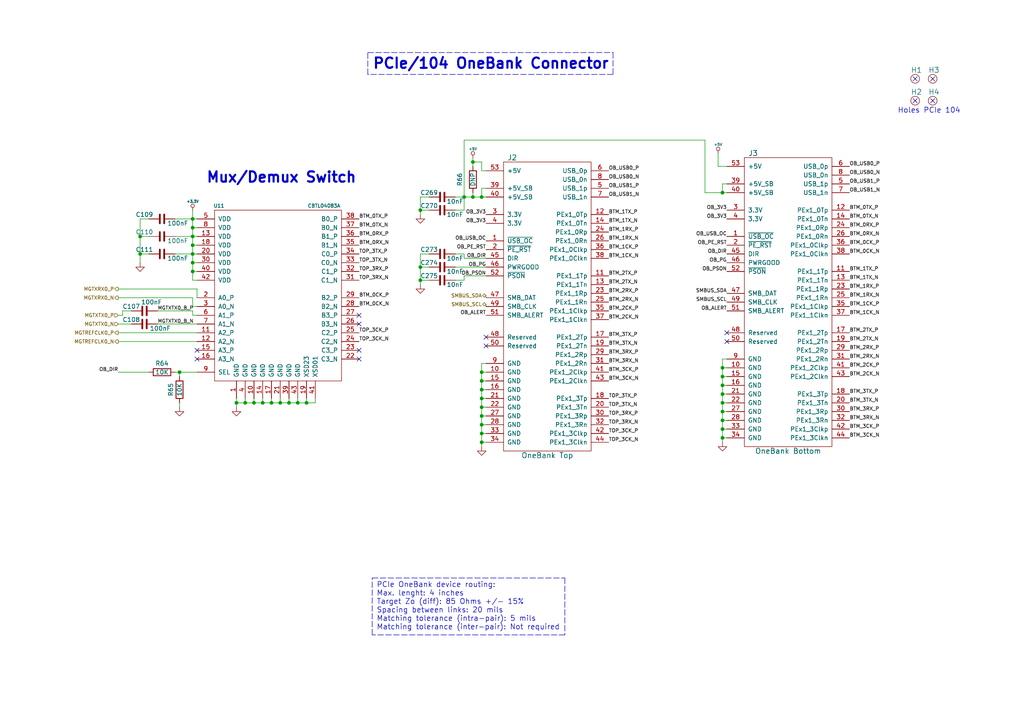
<source format=kicad_sch>
(kicad_sch (version 20231120) (generator "eeschema") (generator_version "8.0")
  (paper "A4")
  (title_block (title "CIAA-ACC PCIe/104 OneBank Connector") (date "2019-08-28") (rev "V1.4") (company "COMPUTADORA INDUSTRIAL ABIERTA ARGENTINA. CIAA-ACC (HPC)") (comment 1 "Authors: See 'doc/CHANGES.txt' file.      License: See 'doc/LICENCIA_CIAA_ACC.txt' file."))
  (lib_symbols
    (symbol "CIAA_ACC:+3.3V" (power) (pin_names (offset 1.016))
      (property "Value" "+3.3V" (at 0 2.286 0))
      (symbol "+3.3V_0_0"
        (pin power_in line (at 0 0 90) (length 0) hide (name "+3.3V") (number "1"))
      )
      (symbol "+3.3V_0_1"
        (polyline (pts (xy 0 0) (xy 0 0.762) (xy 0 0.762) (xy 0 0.762)))
        (circle (center 0 1.27) (radius 0.508))
      )
    )
    (symbol "CIAA_ACC:+5V" (power) (pin_names (offset 1.016))
      (property "Value" "+5V" (at 0 2.286 0))
      (symbol "+5V_0_0"
        (pin power_in line (at 0 0 90) (length 0) hide (name "+5V") (number "1"))
      )
      (symbol "+5V_0_1"
        (polyline (pts (xy 0 0) (xy 0 0.762) (xy 0 0.762) (xy 0 0.762)))
        (circle (center 0 1.27) (radius 0.508))
      )
    )
    (symbol "CIAA_ACC:C" (pin_numbers hide) (pin_names (offset 0.254))
      (property "Reference" "C" (at 0.635 2.54 0))
      (property "Value" "C" (at 0.635 -2.54 0))
      (symbol "C_0_1"
        (polyline (pts (xy -1.27 -0.635) (xy 1.27 -0.635)) (stroke (width 0.508)))
        (polyline (pts (xy -1.27 0.635) (xy 1.27 0.635)) (stroke (width 0.508)))
        (polyline (pts (xy 0 -1.016) (xy 0 -0.635)))
        (polyline (pts (xy 0 1.016) (xy 0 0.635)))
      )
      (symbol "C_1_1"
        (pin passive line (at 0 3.81 270) (length 2.794) (name "~") (number "1"))
        (pin passive line (at 0 -3.81 90) (length 2.794) (name "~") (number "2"))
      )
    )
    (symbol "CIAA_ACC:CBTL04083A" (pin_names (offset 1.016))
      (property "Reference" "U" (at -13.97 0 0))
      (property "Value" "CBTL04083A" (at 17.78 0 0))
      (symbol "CBTL04083A_0_1"
        (rectangle (start -15.24 -1.27) (end 21.59 -50.8))
      )
      (symbol "CBTL04083A_1_1"
        (pin power_in line (at -8.89 -55.88 90) (length 5.08) (name "GND") (number "1"))
        (pin power_in line (at -3.81 -55.88 90) (length 5.08) (name "GND") (number "10"))
        (pin bidirectional line (at -20.32 -36.83 0) (length 5.08) (name "A2_P") (number "11"))
        (pin bidirectional line (at -20.32 -39.37 0) (length 5.08) (name "A2_N") (number "12"))
        (pin power_in line (at -20.32 -8.89 0) (length 5.08) (name "VDD") (number "13"))
        (pin power_in line (at -1.27 -55.88 90) (length 5.08) (name "GND") (number "14"))
        (pin bidirectional line (at -20.32 -41.91 0) (length 5.08) (name "A3_P") (number "15"))
        (pin bidirectional line (at -20.32 -44.45 0) (length 5.08) (name "A3_N") (number "16"))
        (pin power_in line (at 1.27 -55.88 90) (length 5.08) (name "GND") (number "17"))
        (pin power_in line (at -20.32 -11.43 0) (length 5.08) (name "VDD") (number "18"))
        (pin input line (at 11.43 -55.88 90) (length 5.08) (name "XSD23") (number "19"))
        (pin bidirectional line (at -20.32 -26.67 0) (length 5.08) (name "A0_P") (number "2"))
        (pin power_in line (at -20.32 -13.97 0) (length 5.08) (name "VDD") (number "20"))
        (pin power_in line (at 3.81 -55.88 90) (length 5.08) (name "GND") (number "21"))
        (pin bidirectional line (at 26.67 -44.45 180) (length 5.08) (name "C3_N") (number "22"))
        (pin bidirectional line (at 26.67 -41.91 180) (length 5.08) (name "C3_P") (number "23"))
        (pin bidirectional line (at 26.67 -39.37 180) (length 5.08) (name "C2_N") (number "24"))
        (pin bidirectional line (at 26.67 -36.83 180) (length 5.08) (name "C2_P") (number "25"))
        (pin bidirectional line (at 26.67 -34.29 180) (length 5.08) (name "B3_N") (number "26"))
        (pin bidirectional line (at 26.67 -31.75 180) (length 5.08) (name "B3_P") (number "27"))
        (pin bidirectional line (at 26.67 -29.21 180) (length 5.08) (name "B2_N") (number "28"))
        (pin bidirectional line (at 26.67 -26.67 180) (length 5.08) (name "B2_P") (number "29"))
        (pin bidirectional line (at -20.32 -29.21 0) (length 5.08) (name "A0_N") (number "3"))
        (pin power_in line (at -20.32 -16.51 0) (length 5.08) (name "VDD") (number "30"))
        (pin bidirectional line (at 26.67 -21.59 180) (length 5.08) (name "C1_N") (number "31"))
        (pin bidirectional line (at 26.67 -19.05 180) (length 5.08) (name "C1_P") (number "32"))
        (pin bidirectional line (at 26.67 -16.51 180) (length 5.08) (name "C0_N") (number "33"))
        (pin bidirectional line (at 26.67 -13.97 180) (length 5.08) (name "C0_P") (number "34"))
        (pin bidirectional line (at 26.67 -11.43 180) (length 5.08) (name "B1_N") (number "35"))
        (pin bidirectional line (at 26.67 -8.89 180) (length 5.08) (name "B1_P") (number "36"))
        (pin bidirectional line (at 26.67 -6.35 180) (length 5.08) (name "B0_N") (number "37"))
        (pin bidirectional line (at 26.67 -3.81 180) (length 5.08) (name "B0_P") (number "38"))
        (pin power_in line (at 6.35 -55.88 90) (length 5.08) (name "GND") (number "39"))
        (pin power_in line (at -6.35 -55.88 90) (length 5.08) (name "GND") (number "4"))
        (pin power_in line (at -20.32 -19.05 0) (length 5.08) (name "VDD") (number "40"))
        (pin input line (at 13.97 -55.88 90) (length 5.08) (name "XSD01") (number "41"))
        (pin power_in line (at -20.32 -21.59 0) (length 5.08) (name "VDD") (number "42"))
        (pin power_in line (at 8.89 -55.88 90) (length 5.08) (name "GND") (number "43"))
        (pin power_in line (at -20.32 -3.81 0) (length 5.08) (name "VDD") (number "5"))
        (pin bidirectional line (at -20.32 -31.75 0) (length 5.08) (name "A1_P") (number "6"))
        (pin bidirectional line (at -20.32 -34.29 0) (length 5.08) (name "A1_N") (number "7"))
        (pin power_in line (at -20.32 -6.35 0) (length 5.08) (name "VDD") (number "8"))
        (pin input line (at -20.32 -48.26 0) (length 5.08) (name "SEL") (number "9"))
      )
    )
    (symbol "CIAA_ACC:GND" (power) (pin_names (offset 0))
      (property "Value" "GND" (at 0 -3.81 0))
      (symbol "GND_0_1"
        (polyline (pts (xy 0 0) (xy 0 -1.27) (xy 1.27 -1.27) (xy 0 -2.54) (xy -1.27 -1.27) (xy 0 -1.27)))
      )
      (symbol "GND_1_1"
        (pin power_in line (at 0 0 270) (length 0) hide (name "GND") (number "1"))
      )
    )
    (symbol "CIAA_ACC:OneBank" (pin_names (offset 1.016))
      (property "Reference" "J" (at -11.43 3.81 0))
      (property "Value" "OneBank" (at 7.62 3.81 0))
      (symbol "OneBank_0_1"
        (rectangle (start -12.7 2.54) (end 12.7 -81.28))
      )
      (symbol "OneBank_1_1"
        (pin passive line (at -17.78 -20.32 0) (length 5.08) (name "~{USB_OC}") (number "1"))
        (pin passive line (at -17.78 -58.42 0) (length 5.08) (name "GND") (number "10"))
        (pin passive line (at 17.78 -30.48 180) (length 5.08) (name "PEx1_1Tp") (number "11"))
        (pin passive line (at 17.78 -12.7 180) (length 5.08) (name "PEx1_0Tp") (number "12"))
        (pin passive line (at 17.78 -33.02 180) (length 5.08) (name "PEx1_1Tn") (number "13"))
        (pin passive line (at 17.78 -15.24 180) (length 5.08) (name "PEx1_0Tn") (number "14"))
        (pin passive line (at -17.78 -60.96 0) (length 5.08) (name "GND") (number "15"))
        (pin passive line (at -17.78 -63.5 0) (length 5.08) (name "GND") (number "16"))
        (pin passive line (at 17.78 -48.26 180) (length 5.08) (name "PEx1_2Tp") (number "17"))
        (pin passive line (at 17.78 -66.04 180) (length 5.08) (name "PEx1_3Tp") (number "18"))
        (pin passive line (at 17.78 -50.8 180) (length 5.08) (name "PEx1_2Tn") (number "19"))
        (pin passive line (at -17.78 -22.86 0) (length 5.08) (name "~{PE_RST}") (number "2"))
        (pin passive line (at 17.78 -68.58 180) (length 5.08) (name "PEx1_3Tn") (number "20"))
        (pin passive line (at -17.78 -66.04 0) (length 5.08) (name "GND") (number "21"))
        (pin passive line (at -17.78 -68.58 0) (length 5.08) (name "GND") (number "22"))
        (pin passive line (at 17.78 -35.56 180) (length 5.08) (name "PEx1_1Rp") (number "23"))
        (pin passive line (at 17.78 -17.78 180) (length 5.08) (name "PEx1_0Rp") (number "24"))
        (pin passive line (at 17.78 -38.1 180) (length 5.08) (name "PEx1_1Rn") (number "25"))
        (pin passive line (at 17.78 -20.32 180) (length 5.08) (name "PEx1_0Rn") (number "26"))
        (pin passive line (at -17.78 -71.12 0) (length 5.08) (name "GND") (number "27"))
        (pin passive line (at -17.78 -73.66 0) (length 5.08) (name "GND") (number "28"))
        (pin passive line (at 17.78 -53.34 180) (length 5.08) (name "PEx1_2Rp") (number "29"))
        (pin passive line (at -17.78 -12.7 0) (length 5.08) (name "3.3V") (number "3"))
        (pin passive line (at 17.78 -71.12 180) (length 5.08) (name "PEx1_3Rp") (number "30"))
        (pin passive line (at 17.78 -55.88 180) (length 5.08) (name "PEx1_2Rn") (number "31"))
        (pin passive line (at 17.78 -73.66 180) (length 5.08) (name "PEx1_3Rn") (number "32"))
        (pin passive line (at -17.78 -76.2 0) (length 5.08) (name "GND") (number "33"))
        (pin passive line (at -17.78 -78.74 0) (length 5.08) (name "GND") (number "34"))
        (pin passive line (at 17.78 -40.64 180) (length 5.08) (name "PEx1_1Clkp") (number "35"))
        (pin passive line (at 17.78 -22.86 180) (length 5.08) (name "PEx1_0Clkp") (number "36"))
        (pin passive line (at 17.78 -43.18 180) (length 5.08) (name "PEx1_1Clkn") (number "37"))
        (pin passive line (at 17.78 -25.4 180) (length 5.08) (name "PEx1_0Clkn") (number "38"))
        (pin passive line (at -17.78 -5.08 0) (length 5.08) (name "+5V_SB") (number "39"))
        (pin passive line (at -17.78 -15.24 0) (length 5.08) (name "3.3V") (number "4"))
        (pin passive line (at -17.78 -7.62 0) (length 5.08) (name "+5V_SB") (number "40"))
        (pin passive line (at 17.78 -58.42 180) (length 5.08) (name "PEx1_2Clkp") (number "41"))
        (pin passive line (at 17.78 -76.2 180) (length 5.08) (name "PEx1_3Clkp") (number "42"))
        (pin passive line (at 17.78 -60.96 180) (length 5.08) (name "PEx1_2Clkn") (number "43"))
        (pin passive line (at 17.78 -78.74 180) (length 5.08) (name "PEx1_3Clkn") (number "44"))
        (pin passive line (at -17.78 -25.4 0) (length 5.08) (name "DIR") (number "45"))
        (pin passive line (at -17.78 -27.94 0) (length 5.08) (name "PWRGOOD") (number "46"))
        (pin passive line (at -17.78 -36.83 0) (length 5.08) (name "SMB_DAT") (number "47"))
        (pin passive line (at -17.78 -48.26 0) (length 5.08) (name "Reserved") (number "48"))
        (pin passive line (at -17.78 -39.37 0) (length 5.08) (name "SMB_CLK") (number "49"))
        (pin passive line (at 17.78 -5.08 180) (length 5.08) (name "USB_1p") (number "5"))
        (pin passive line (at -17.78 -50.8 0) (length 5.08) (name "Reserved") (number "50"))
        (pin passive line (at -17.78 -41.91 0) (length 5.08) (name "SMB_ALERT") (number "51"))
        (pin passive line (at -17.78 -30.48 0) (length 5.08) (name "~{PSON}") (number "52"))
        (pin passive line (at -17.78 0 0) (length 5.08) (name "+5V") (number "53"))
        (pin passive line (at 17.78 0 180) (length 5.08) (name "USB_0p") (number "6"))
        (pin passive line (at 17.78 -7.62 180) (length 5.08) (name "USB_1n") (number "7"))
        (pin passive line (at 17.78 -2.54 180) (length 5.08) (name "USB_0n") (number "8"))
        (pin passive line (at -17.78 -55.88 0) (length 5.08) (name "GND") (number "9"))
      )
    )
    (symbol "CIAA_ACC:PCB_HOLE" (pin_numbers hide) (pin_names (offset 1.016) hide)
      (property "Reference" "H" (at -1.27 3.81 0))
      (property "Value" "PCB_HOLE" (at 1.27 -2.54 0))
      (symbol "PCB_HOLE_0_1"
        (circle (center 0 0) (radius 1.27))
      )
      (symbol "PCB_HOLE_1_1"
        (pin passive line (at 0 0 0) (length 0) (name "1") (number "1"))
      )
    )
    (symbol "CIAA_ACC:R" (pin_numbers hide) (pin_names (offset 0))
      (property "Reference" "R" (at 2.032 0 90))
      (property "Value" "R" (at 0 0 90))
      (symbol "R_0_1"
        (rectangle (start -1.016 -2.54) (end 1.016 2.54) (stroke (width 0.254)))
      )
      (symbol "R_1_1"
        (pin passive line (at 0 3.81 270) (length 1.27) (name "~") (number "1"))
        (pin passive line (at 0 -3.81 90) (length 1.27) (name "~") (number "2"))
      )
    )
  )
  (junction (at 121.92 60.96))
  (junction (at 209.55 114.3))
  (junction (at 209.55 116.84))
  (junction (at 139.7 120.65))
  (junction (at 209.55 119.38))
  (junction (at 55.88 63.5))
  (junction (at 139.7 118.11))
  (junction (at 137.16 46.99))
  (junction (at 55.88 66.04))
  (junction (at 139.7 107.95))
  (junction (at 55.88 68.58))
  (junction (at 139.7 110.49))
  (junction (at 88.9 116.84))
  (junction (at 209.55 55.88))
  (junction (at 209.55 111.76))
  (junction (at 139.7 57.15))
  (junction (at 139.7 123.19))
  (junction (at 139.7 128.27))
  (junction (at 76.2 116.84))
  (junction (at 55.88 71.12))
  (junction (at 209.55 121.92))
  (junction (at 209.55 124.46))
  (junction (at 40.64 73.66))
  (junction (at 137.16 57.15))
  (junction (at 81.28 116.84))
  (junction (at 139.7 115.57))
  (junction (at 209.55 109.22))
  (junction (at 86.36 116.84))
  (junction (at 134.62 57.15))
  (junction (at 55.88 73.66))
  (junction (at 40.64 68.58))
  (junction (at 209.55 106.68))
  (junction (at 121.92 81.28))
  (junction (at 52.07 107.95))
  (junction (at 139.7 113.03))
  (junction (at 139.7 125.73))
  (junction (at 78.74 116.84))
  (junction (at 83.82 116.84))
  (junction (at 73.66 116.84))
  (junction (at 55.88 76.2))
  (junction (at 68.58 116.84))
  (junction (at 209.55 127))
  (junction (at 55.88 78.74))
  (junction (at 71.12 116.84))
  (junction (at 121.92 77.47))
  (no_connect (at 104.14 101.6))
  (no_connect (at 140.97 100.33))
  (no_connect (at 104.14 93.98))
  (no_connect (at 270.51 29.21))
  (no_connect (at 210.82 96.52))
  (no_connect (at 270.51 22.86))
  (no_connect (at 140.97 97.79))
  (no_connect (at 104.14 104.14))
  (no_connect (at 57.15 101.6))
  (no_connect (at 265.43 22.86))
  (no_connect (at 57.15 104.14))
  (no_connect (at 265.43 29.21))
  (no_connect (at 210.82 99.06))
  (no_connect (at 104.14 91.44))
  (wire (pts (xy 139.7 57.15) (xy 140.97 57.15)))
  (wire (pts (xy 68.58 115.57) (xy 68.58 116.84)))
  (wire (pts (xy 124.46 81.28) (xy 121.92 81.28)))
  (wire (pts (xy 88.9 116.84) (xy 88.9 115.57)))
  (wire (pts (xy 139.7 125.73) (xy 139.7 128.27)))
  (wire (pts (xy 210.82 109.22) (xy 209.55 109.22)))
  (wire (pts (xy 209.55 127) (xy 209.55 128.27)))
  (wire (pts (xy 139.7 113.03) (xy 139.7 115.57)))
  (wire (pts (xy 68.58 116.84) (xy 68.58 118.11)))
  (wire (pts (xy 55.88 68.58) (xy 55.88 71.12)))
  (wire (pts (xy 139.7 54.61) (xy 139.7 57.15)))
  (polyline (pts (xy 163.83 184.15) (xy 107.95 184.15)) (stroke (width 0) (type dash)))
  (wire (pts (xy 210.82 114.3) (xy 209.55 114.3)))
  (wire (pts (xy 71.12 116.84) (xy 68.58 116.84)))
  (wire (pts (xy 83.82 116.84) (xy 81.28 116.84)))
  (wire (pts (xy 55.88 71.12) (xy 55.88 73.66)))
  (wire (pts (xy 209.55 53.34) (xy 209.55 55.88)))
  (wire (pts (xy 55.88 91.44) (xy 57.15 91.44)))
  (wire (pts (xy 140.97 80.01) (xy 134.62 80.01)))
  (wire (pts (xy 209.55 55.88) (xy 204.47 55.88)))
  (wire (pts (xy 121.92 60.96) (xy 121.92 62.23)))
  (wire (pts (xy 57.15 83.82) (xy 34.29 83.82)))
  (polyline (pts (xy 177.8 15.24) (xy 177.8 21.59)) (stroke (width 0) (type dash)))
  (wire (pts (xy 208.28 48.26) (xy 210.82 48.26)))
  (wire (pts (xy 52.07 109.22) (xy 52.07 107.95)))
  (wire (pts (xy 71.12 115.57) (xy 71.12 116.84)))
  (wire (pts (xy 139.7 46.99) (xy 139.7 49.53)))
  (wire (pts (xy 76.2 115.57) (xy 76.2 116.84)))
  (wire (pts (xy 140.97 115.57) (xy 139.7 115.57)))
  (wire (pts (xy 55.88 68.58) (xy 57.15 68.58)))
  (wire (pts (xy 43.18 68.58) (xy 40.64 68.58)))
  (wire (pts (xy 57.15 78.74) (xy 55.88 78.74)))
  (polyline (pts (xy 106.68 15.24) (xy 177.8 15.24)) (stroke (width 0) (type dash)))
  (wire (pts (xy 139.7 120.65) (xy 139.7 123.19)))
  (wire (pts (xy 52.07 118.11) (xy 52.07 116.84)))
  (wire (pts (xy 124.46 77.47) (xy 121.92 77.47)))
  (wire (pts (xy 137.16 45.72) (xy 137.16 46.99)))
  (wire (pts (xy 140.97 88.265) (xy 140.97 88.9)))
  (wire (pts (xy 134.62 40.64) (xy 134.62 57.15)))
  (polyline (pts (xy 177.8 21.59) (xy 106.68 21.59)) (stroke (width 0) (type dash)))
  (wire (pts (xy 35.56 90.17) (xy 38.1 90.17)))
  (wire (pts (xy 124.46 73.66) (xy 121.92 73.66)))
  (polyline (pts (xy 107.95 184.15) (xy 107.95 167.64)) (stroke (width 0) (type dash)))
  (wire (pts (xy 57.15 66.04) (xy 55.88 66.04)))
  (wire (pts (xy 137.16 46.99) (xy 137.16 48.26)))
  (wire (pts (xy 121.92 77.47) (xy 121.92 81.28)))
  (wire (pts (xy 140.97 128.27) (xy 139.7 128.27)))
  (wire (pts (xy 210.82 104.14) (xy 209.55 104.14)))
  (wire (pts (xy 210.82 111.76) (xy 209.55 111.76)))
  (wire (pts (xy 139.7 118.11) (xy 139.7 120.65)))
  (wire (pts (xy 209.55 111.76) (xy 209.55 114.3)))
  (wire (pts (xy 55.88 78.74) (xy 55.88 81.28)))
  (wire (pts (xy 55.88 88.9) (xy 57.15 88.9)))
  (wire (pts (xy 139.7 49.53) (xy 140.97 49.53)))
  (wire (pts (xy 55.88 73.66) (xy 57.15 73.66)))
  (wire (pts (xy 134.62 60.96) (xy 132.08 60.96)))
  (wire (pts (xy 137.16 57.15) (xy 137.16 55.88)))
  (wire (pts (xy 210.82 127) (xy 209.55 127)))
  (wire (pts (xy 210.82 55.88) (xy 209.55 55.88)))
  (wire (pts (xy 140.97 77.47) (xy 132.08 77.47)))
  (wire (pts (xy 121.92 73.66) (xy 121.92 77.47)))
  (wire (pts (xy 91.44 116.84) (xy 88.9 116.84)))
  (wire (pts (xy 73.66 115.57) (xy 73.66 116.84)))
  (wire (pts (xy 209.55 104.14) (xy 209.55 106.68)))
  (wire (pts (xy 91.44 115.57) (xy 91.44 116.84)))
  (wire (pts (xy 88.9 116.84) (xy 86.36 116.84)))
  (wire (pts (xy 134.62 80.01) (xy 134.62 81.28)))
  (wire (pts (xy 137.16 57.15) (xy 139.7 57.15)))
  (wire (pts (xy 209.55 124.46) (xy 209.55 127)))
  (wire (pts (xy 139.7 110.49) (xy 139.7 113.03)))
  (wire (pts (xy 55.88 73.66) (xy 55.88 76.2)))
  (wire (pts (xy 208.28 44.45) (xy 208.28 48.26)))
  (wire (pts (xy 139.7 107.95) (xy 139.7 110.49)))
  (wire (pts (xy 134.62 81.28) (xy 132.08 81.28)))
  (wire (pts (xy 55.88 63.5) (xy 57.15 63.5)))
  (wire (pts (xy 209.55 109.22) (xy 209.55 111.76)))
  (wire (pts (xy 81.28 116.84) (xy 78.74 116.84)))
  (wire (pts (xy 86.36 116.84) (xy 83.82 116.84)))
  (wire (pts (xy 134.62 73.66) (xy 132.08 73.66)))
  (wire (pts (xy 209.55 106.68) (xy 209.55 109.22)))
  (wire (pts (xy 139.7 128.27) (xy 139.7 129.54)))
  (wire (pts (xy 57.15 76.2) (xy 55.88 76.2)))
  (wire (pts (xy 38.1 93.98) (xy 34.29 93.98)))
  (wire (pts (xy 210.82 106.68) (xy 209.55 106.68)))
  (wire (pts (xy 45.72 90.17) (xy 55.88 90.17)))
  (wire (pts (xy 139.7 105.41) (xy 139.7 107.95)))
  (wire (pts (xy 55.88 60.96) (xy 55.88 63.5)))
  (wire (pts (xy 210.82 119.38) (xy 209.55 119.38)))
  (wire (pts (xy 121.92 57.15) (xy 121.92 60.96)))
  (wire (pts (xy 43.18 63.5) (xy 40.64 63.5)))
  (wire (pts (xy 50.8 107.95) (xy 52.07 107.95)))
  (wire (pts (xy 140.97 105.41) (xy 139.7 105.41)))
  (wire (pts (xy 40.64 73.66) (xy 40.64 76.2)))
  (wire (pts (xy 86.36 115.57) (xy 86.36 116.84)))
  (wire (pts (xy 121.92 60.96) (xy 124.46 60.96)))
  (wire (pts (xy 50.8 68.58) (xy 55.88 68.58)))
  (wire (pts (xy 55.88 63.5) (xy 55.88 66.04)))
  (wire (pts (xy 121.92 81.28) (xy 121.92 82.55)))
  (wire (pts (xy 34.29 86.36) (xy 55.88 86.36)))
  (wire (pts (xy 34.29 96.52) (xy 57.15 96.52)))
  (polyline (pts (xy 106.68 21.59) (xy 106.68 15.24)) (stroke (width 0) (type dash)))
  (wire (pts (xy 78.74 116.84) (xy 76.2 116.84)))
  (wire (pts (xy 210.82 53.34) (xy 209.55 53.34)))
  (wire (pts (xy 73.66 116.84) (xy 71.12 116.84)))
  (wire (pts (xy 209.55 114.3) (xy 209.55 116.84)))
  (wire (pts (xy 55.88 76.2) (xy 55.88 78.74)))
  (wire (pts (xy 140.97 123.19) (xy 139.7 123.19)))
  (wire (pts (xy 55.88 81.28) (xy 57.15 81.28)))
  (wire (pts (xy 139.7 115.57) (xy 139.7 118.11)))
  (wire (pts (xy 34.29 99.06) (xy 57.15 99.06)))
  (wire (pts (xy 140.97 54.61) (xy 139.7 54.61)))
  (wire (pts (xy 140.97 110.49) (xy 139.7 110.49)))
  (wire (pts (xy 55.88 90.17) (xy 55.88 91.44)))
  (wire (pts (xy 34.29 107.95) (xy 43.18 107.95)))
  (wire (pts (xy 140.97 120.65) (xy 139.7 120.65)))
  (wire (pts (xy 81.28 115.57) (xy 81.28 116.84)))
  (wire (pts (xy 204.47 40.64) (xy 134.62 40.64)))
  (wire (pts (xy 40.64 63.5) (xy 40.64 68.58)))
  (wire (pts (xy 140.97 85.725) (xy 140.97 86.36)))
  (wire (pts (xy 134.62 57.15) (xy 134.62 60.96)))
  (wire (pts (xy 134.62 57.15) (xy 137.16 57.15)))
  (wire (pts (xy 210.82 121.92) (xy 209.55 121.92)))
  (wire (pts (xy 55.88 66.04) (xy 55.88 68.58)))
  (wire (pts (xy 35.56 91.44) (xy 35.56 90.17)))
  (wire (pts (xy 132.08 57.15) (xy 134.62 57.15)))
  (wire (pts (xy 40.64 73.66) (xy 43.18 73.66)))
  (wire (pts (xy 210.82 124.46) (xy 209.55 124.46)))
  (wire (pts (xy 140.97 118.11) (xy 139.7 118.11)))
  (wire (pts (xy 40.64 68.58) (xy 40.64 73.66)))
  (wire (pts (xy 140.97 113.03) (xy 139.7 113.03)))
  (wire (pts (xy 140.97 74.93) (xy 134.62 74.93)))
  (wire (pts (xy 57.15 86.36) (xy 57.15 83.82)))
  (polyline (pts (xy 163.83 167.64) (xy 163.83 184.15)) (stroke (width 0) (type dash)))
  (wire (pts (xy 210.82 116.84) (xy 209.55 116.84)))
  (wire (pts (xy 209.55 121.92) (xy 209.55 124.46)))
  (wire (pts (xy 57.15 71.12) (xy 55.88 71.12)))
  (wire (pts (xy 55.88 86.36) (xy 55.88 88.9)))
  (wire (pts (xy 45.72 93.98) (xy 57.15 93.98)))
  (wire (pts (xy 209.55 119.38) (xy 209.55 121.92)))
  (wire (pts (xy 83.82 115.57) (xy 83.82 116.84)))
  (wire (pts (xy 34.29 91.44) (xy 35.56 91.44)))
  (wire (pts (xy 76.2 116.84) (xy 73.66 116.84)))
  (wire (pts (xy 209.55 116.84) (xy 209.55 119.38)))
  (wire (pts (xy 204.47 55.88) (xy 204.47 40.64)))
  (wire (pts (xy 50.8 63.5) (xy 55.88 63.5)))
  (wire (pts (xy 121.92 57.15) (xy 124.46 57.15)))
  (wire (pts (xy 137.16 46.99) (xy 139.7 46.99)))
  (wire (pts (xy 140.97 125.73) (xy 139.7 125.73)))
  (wire (pts (xy 50.8 73.66) (xy 55.88 73.66)))
  (wire (pts (xy 78.74 115.57) (xy 78.74 116.84)))
  (wire (pts (xy 134.62 74.93) (xy 134.62 73.66)))
  (polyline (pts (xy 107.95 167.64) (xy 163.83 167.64)) (stroke (width 0) (type dash)))
  (wire (pts (xy 140.97 107.95) (xy 139.7 107.95)))
  (wire (pts (xy 139.7 123.19) (xy 139.7 125.73)))
  (wire (pts (xy 52.07 107.95) (xy 57.15 107.95)))
  (text "Mux/Demux Switch" (at 59.69 53.34 0) (effects (font (size 2.9972 2.9972) (thickness 0.5994) (bold yes)) (justify left bottom)))
  (text "PCIe/104 OneBank Connector" (at 107.95 20.32 0) (effects (font (size 2.9972 2.9972) (thickness 0.5994) (bold yes)) (justify left bottom)))
  (text "PCIe OneBank device routing:\nMax. lenght: 4 inches\nTarget Zo (diff): 85 Ohms +/- 15%\nSpacing between links: 20 mils\nMatching tolerance (intra-pair): 5 mils\nMatching tolerance (inter-pair): Not required" (at 109.22 182.88 0) (effects (font (size 1.524 1.524)) (justify left bottom)))
  (text "Holes PCIe 104" (at 260.35 33.02 0) (effects (font (size 1.524 1.524)) (justify left bottom)))
  (label "OB_DIR" (at 140.97 74.93 180) (effects (font (size 1.016 1.016))))
  (label "BTM_2TX_P" (at 246.38 96.52 0) (effects (font (size 1.016 1.016))))
  (label "OB_DIR" (at 34.29 107.95 180) (effects (font (size 1.016 1.016))))
  (label "OB_ALERT" (at 210.82 90.17 180) (effects (font (size 1.016 1.016))))
  (label "BTM_2RX_N" (at 246.38 104.14 0) (effects (font (size 1.016 1.016))))
  (label "BTM_1RX_N" (at 246.38 86.36 0) (effects (font (size 1.016 1.016))))
  (label "BTM_2TX_N" (at 176.53 82.55 0) (effects (font (size 1.016 1.016))))
  (label "BTM_3TX_N" (at 246.38 116.84 0) (effects (font (size 1.016 1.016))))
  (label "OB_3V3" (at 210.82 63.5 180) (effects (font (size 1.016 1.016))))
  (label "BTM_0TX_N" (at 104.14 66.04 0) (effects (font (size 1.016 1.016))))
  (label "BTM_0RX_N" (at 104.14 71.12 0) (effects (font (size 1.016 1.016))))
  (label "OB_PE_RST" (at 140.97 72.39 180) (effects (font (size 1.016 1.016))))
  (label "BTM_2CK_N" (at 176.53 92.71 0) (effects (font (size 1.016 1.016))))
  (label "MGTXTX0_B_P" (at 45.72 90.17 0) (effects (font (size 1.016 1.016))))
  (label "OB_PG" (at 210.82 76.2 180) (effects (font (size 1.016 1.016))))
  (label "BTM_0RX_N" (at 246.38 68.58 0) (effects (font (size 1.016 1.016))))
  (label "TOP_3RX_N" (at 104.14 81.28 0) (effects (font (size 1.016 1.016))))
  (label "MGTXTX0_B_N" (at 45.72 93.98 0) (effects (font (size 1.016 1.016))))
  (label "BTM_3TX_P" (at 176.53 97.79 0) (effects (font (size 1.016 1.016))))
  (label "OB_USB1_N" (at 246.38 55.88 0) (effects (font (size 1.016 1.016))))
  (label "TOP_3RX_P" (at 176.53 120.65 0) (effects (font (size 1.016 1.016))))
  (label "BTM_2TX_N" (at 246.38 99.06 0) (effects (font (size 1.016 1.016))))
  (label "BTM_1TX_N" (at 176.53 64.77 0) (effects (font (size 1.016 1.016))))
  (label "TOP_3TX_P" (at 176.53 115.57 0) (effects (font (size 1.016 1.016))))
  (label "BTM_2CK_P" (at 176.53 90.17 0) (effects (font (size 1.016 1.016))))
  (label "TOP_3RX_P" (at 104.14 78.74 0) (effects (font (size 1.016 1.016))))
  (label "BTM_0CK_P" (at 104.14 86.36 0) (effects (font (size 1.016 1.016))))
  (label "BTM_0TX_P" (at 104.14 63.5 0) (effects (font (size 1.016 1.016))))
  (label "OB_ALERT" (at 140.97 91.44 180) (effects (font (size 1.016 1.016))))
  (label "OB_USB0_N" (at 176.53 52.07 0) (effects (font (size 1.016 1.016))))
  (label "OB_USB0_P" (at 246.38 48.26 0) (effects (font (size 1.016 1.016))))
  (label "TOP_3CK_P" (at 104.14 96.52 0) (effects (font (size 1.016 1.016))))
  (label "OB_PSON" (at 210.82 78.74 180) (effects (font (size 1.016 1.016))))
  (label "TOP_3CK_N" (at 104.14 99.06 0) (effects (font (size 1.016 1.016))))
  (label "SMBUS_SCL" (at 210.82 87.63 180) (effects (font (size 1.016 1.016))))
  (label "BTM_1CK_N" (at 176.53 74.93 0) (effects (font (size 1.016 1.016))))
  (label "OB_3V3" (at 210.82 60.96 180) (effects (font (size 1.016 1.016))))
  (label "BTM_2RX_N" (at 176.53 87.63 0) (effects (font (size 1.016 1.016))))
  (label "OB_USB0_N" (at 246.38 50.8 0) (effects (font (size 1.016 1.016))))
  (label "BTM_3CK_N" (at 176.53 110.49 0) (effects (font (size 1.016 1.016))))
  (label "BTM_3CK_N" (at 246.38 127 0) (effects (font (size 1.016 1.016))))
  (label "BTM_1TX_N" (at 246.38 81.28 0) (effects (font (size 1.016 1.016))))
  (label "OB_DIR" (at 210.82 73.66 180) (effects (font (size 1.016 1.016))))
  (label "BTM_3TX_N" (at 176.53 100.33 0) (effects (font (size 1.016 1.016))))
  (label "BTM_1RX_P" (at 176.53 67.31 0) (effects (font (size 1.016 1.016))))
  (label "BTM_0RX_P" (at 104.14 68.58 0) (effects (font (size 1.016 1.016))))
  (label "TOP_3CK_P" (at 176.53 125.73 0) (effects (font (size 1.016 1.016))))
  (label "OB_USB1_P" (at 176.53 54.61 0) (effects (font (size 1.016 1.016))))
  (label "BTM_3RX_P" (at 176.53 102.87 0) (effects (font (size 1.016 1.016))))
  (label "OB_3V3" (at 140.97 62.23 180) (effects (font (size 1.016 1.016))))
  (label "BTM_0TX_N" (at 246.38 63.5 0) (effects (font (size 1.016 1.016))))
  (label "BTM_1CK_P" (at 246.38 88.9 0) (effects (font (size 1.016 1.016))))
  (label "BTM_1CK_N" (at 246.38 91.44 0) (effects (font (size 1.016 1.016))))
  (label "BTM_3CK_P" (at 176.53 107.95 0) (effects (font (size 1.016 1.016))))
  (label "TOP_3TX_P" (at 104.14 73.66 0) (effects (font (size 1.016 1.016))))
  (label "BTM_3TX_P" (at 246.38 114.3 0) (effects (font (size 1.016 1.016))))
  (label "BTM_3RX_P" (at 246.38 119.38 0) (effects (font (size 1.016 1.016))))
  (label "BTM_0CK_N" (at 104.14 88.9 0) (effects (font (size 1.016 1.016))))
  (label "BTM_0CK_N" (at 246.38 73.66 0) (effects (font (size 1.016 1.016))))
  (label "BTM_1RX_P" (at 246.38 83.82 0) (effects (font (size 1.016 1.016))))
  (label "BTM_0RX_P" (at 246.38 66.04 0) (effects (font (size 1.016 1.016))))
  (label "TOP_3TX_N" (at 104.14 76.2 0) (effects (font (size 1.016 1.016))))
  (label "OB_PE_RST" (at 210.82 71.12 180) (effects (font (size 1.016 1.016))))
  (label "OB_PG" (at 140.97 77.47 180) (effects (font (size 1.016 1.016))))
  (label "BTM_2TX_P" (at 176.53 80.01 0) (effects (font (size 1.016 1.016))))
  (label "BTM_1TX_P" (at 176.53 62.23 0) (effects (font (size 1.016 1.016))))
  (label "BTM_2RX_P" (at 246.38 101.6 0) (effects (font (size 1.016 1.016))))
  (label "BTM_1TX_P" (at 246.38 78.74 0) (effects (font (size 1.016 1.016))))
  (label "BTM_1CK_P" (at 176.53 72.39 0) (effects (font (size 1.016 1.016))))
  (label "BTM_3RX_N" (at 176.53 105.41 0) (effects (font (size 1.016 1.016))))
  (label "BTM_0TX_P" (at 246.38 60.96 0) (effects (font (size 1.016 1.016))))
  (label "OB_USB0_P" (at 176.53 49.53 0) (effects (font (size 1.016 1.016))))
  (label "OB_USB_OC" (at 210.82 68.58 180) (effects (font (size 1.016 1.016))))
  (label "BTM_2RX_P" (at 176.53 85.09 0) (effects (font (size 1.016 1.016))))
  (label "BTM_1RX_N" (at 176.53 69.85 0) (effects (font (size 1.016 1.016))))
  (label "TOP_3TX_N" (at 176.53 118.11 0) (effects (font (size 1.016 1.016))))
  (label "OB_USB1_N" (at 176.53 57.15 0) (effects (font (size 1.016 1.016))))
  (label "BTM_2CK_P" (at 246.38 106.68 0) (effects (font (size 1.016 1.016))))
  (label "BTM_2CK_N" (at 246.38 109.22 0) (effects (font (size 1.016 1.016))))
  (label "TOP_3RX_N" (at 176.53 123.19 0) (effects (font (size 1.016 1.016))))
  (label "BTM_3CK_P" (at 246.38 124.46 0) (effects (font (size 1.016 1.016))))
  (label "SMBUS_SDA" (at 210.82 85.09 180) (effects (font (size 1.016 1.016))))
  (label "OB_USB1_P" (at 246.38 53.34 0) (effects (font (size 1.016 1.016))))
  (label "BTM_0CK_P" (at 246.38 71.12 0) (effects (font (size 1.016 1.016))))
  (label "OB_PSON" (at 140.97 80.01 180) (effects (font (size 1.016 1.016))))
  (label "BTM_3RX_N" (at 246.38 121.92 0) (effects (font (size 1.016 1.016))))
  (label "OB_USB_OC" (at 140.97 69.85 180) (effects (font (size 1.016 1.016))))
  (label "OB_3V3" (at 140.97 64.77 180) (effects (font (size 1.016 1.016))))
  (label "TOP_3CK_N" (at 176.53 128.27 0) (effects (font (size 1.016 1.016))))
  (hierarchical_label "MGTREFCLK0_P" (shape output) (at 34.29 96.52 180) (effects (font (size 1.016 1.016))))
  (hierarchical_label "MGTXRX0_P" (shape output) (at 34.29 83.82 180) (effects (font (size 1.016 1.016))))
  (hierarchical_label "MGTXTX0_P" (shape input) (at 34.29 91.44 180) (effects (font (size 1.016 1.016))))
  (hierarchical_label "MGTXRX0_N" (shape output) (at 34.29 86.36 180) (effects (font (size 1.016 1.016))))
  (hierarchical_label "MGTXTX0_N" (shape input) (at 34.29 93.98 180) (effects (font (size 1.016 1.016))))
  (hierarchical_label "MGTREFCLK0_N" (shape output) (at 34.29 99.06 180) (effects (font (size 1.016 1.016))))
  (hierarchical_label "SMBUS_SCL" (shape bidirectional) (at 140.97 88.265 180) (effects (font (size 1.016 1.016))))
  (hierarchical_label "SMBUS_SDA" (shape bidirectional) (at 140.97 85.725 180) (effects (font (size 1.016 1.016))))
  (symbol (lib_id "CIAA_ACC:OneBank") (at 158.75 49.53 0) (unit 1)
    (property "Reference" "J2" (at 148.59 45.72 0) (effects (font (size 1.524 1.524))))
    (property "Value" "OneBank Top" (at 158.75 132.08 0) (effects (font (size 1.524 1.524))))
    (property "Footprint" "samtec:ASP-129637-13" (effects (hide yes)))
    (property "Description" "PCIe104 OneBank Top" (effects (hide yes)))
    (property "Manf" "Samtec" (effects (hide yes)))
    (property "Manf#" "ASP-129637-13" (effects (hide yes)))
  )
  (symbol (lib_id "CIAA_ACC:OneBank") (at 228.6 48.26 0) (unit 1)
    (property "Reference" "J3" (at 218.44 44.45 0) (effects (font (size 1.524 1.524))))
    (property "Value" "OneBank Bottom" (at 228.6 130.81 0) (effects (font (size 1.524 1.524))))
    (property "Footprint" "samtec:ASP-129646-22" (effects (hide yes)))
    (property "Description" "PCIe104 OneBank Bottom" (effects (hide yes)))
    (property "Manf" "Samtec" (effects (hide yes)))
    (property "Manf#" "ASP-129646-22" (effects (hide yes)))
  )
  (symbol (lib_id "CIAA_ACC:PCB_HOLE") (at 265.43 22.86 0) (unit 1)
    (property "Reference" "H1" (at 264.16 20.32 0) (effects (font (size 1.524 1.524)) (justify left)))
    (property "Value" "PCB_HOLE" (effects (hide yes)))
    (property "Footprint" "misc:PCIE104_HOLE" (effects (hide yes)))
  )
  (symbol (lib_id "CIAA_ACC:PCB_HOLE") (at 265.43 29.21 0) (unit 1)
    (property "Reference" "H2" (at 264.16 26.67 0) (effects (font (size 1.524 1.524)) (justify left)))
    (property "Value" "PCB_HOLE" (effects (hide yes)))
    (property "Footprint" "misc:PCIE104_HOLE" (effects (hide yes)))
  )
  (symbol (lib_id "CIAA_ACC:PCB_HOLE") (at 270.51 22.86 0) (unit 1)
    (property "Reference" "H3" (at 269.24 20.32 0) (effects (font (size 1.524 1.524)) (justify left)))
    (property "Value" "PCB_HOLE" (effects (hide yes)))
    (property "Footprint" "misc:PCIE104_HOLE" (effects (hide yes)))
  )
  (symbol (lib_id "CIAA_ACC:PCB_HOLE") (at 270.51 29.21 0) (unit 1)
    (property "Reference" "H4" (at 269.24 26.67 0) (effects (font (size 1.524 1.524)) (justify left)))
    (property "Value" "PCB_HOLE" (effects (hide yes)))
    (property "Footprint" "misc:PCIE104_HOLE" (effects (hide yes)))
  )
  (symbol (lib_id "CIAA_ACC:GND") (at 139.7 129.54 0) (unit 1)
    (property "Reference" "#PWR0188" (effects (hide yes)))
    (property "Value" "GND" (effects (hide yes)))
  )
  (symbol (lib_id "CIAA_ACC:GND") (at 209.55 128.27 0) (unit 1)
    (property "Reference" "#PWR0189" (effects (hide yes)))
    (property "Value" "GND" (effects (hide yes)))
  )
  (symbol (lib_id "CIAA_ACC:+5V") (at 137.16 45.72 0) (unit 1)
    (property "Reference" "#PWR0190" (effects (hide yes)))
    (property "Value" "+5V" (at 137.16 43.18 0) (effects (font (size 0.762 0.762))))
  )
  (symbol (lib_id "CIAA_ACC:C") (at 46.99 63.5 90) (unit 1)
    (property "Reference" "C109" (at 44.45 62.23 90) (effects (justify left)))
    (property "Value" "100nF" (at 54.61 64.77 90) (effects (justify left)))
    (property "Footprint" "chip_rlc:c_0201" (effects (hide yes)))
    (property "Description" "CAP CER 0.1UF 10V X5R 0201" (effects (hide yes)))
    (property "Manf" "Murata" (effects (hide yes)))
    (property "Manf#" "GRM033R61A104ME15D" (effects (hide yes)))
    (property "Digikey#" "490-5405-1-ND" (effects (hide yes)))
  )
  (symbol (lib_id "CIAA_ACC:C") (at 46.99 68.58 90) (unit 1)
    (property "Reference" "C110" (at 44.45 67.31 90) (effects (justify left)))
    (property "Value" "100nF" (at 54.61 69.85 90) (effects (justify left)))
    (property "Footprint" "chip_rlc:c_0201" (effects (hide yes)))
    (property "Description" "CAP CER 0.1UF 10V X5R 0201" (effects (hide yes)))
    (property "Manf" "Murata" (effects (hide yes)))
    (property "Manf#" "GRM033R61A104ME15D" (effects (hide yes)))
    (property "Digikey#" "490-5405-1-ND" (effects (hide yes)))
  )
  (symbol (lib_id "CIAA_ACC:C") (at 46.99 73.66 90) (unit 1)
    (property "Reference" "C111" (at 44.45 72.39 90) (effects (justify left)))
    (property "Value" "100nF" (at 54.61 74.93 90) (effects (justify left)))
    (property "Footprint" "chip_rlc:c_0201" (effects (hide yes)))
    (property "Description" "CAP CER 0.1UF 10V X5R 0201" (effects (hide yes)))
    (property "Manf" "Murata" (effects (hide yes)))
    (property "Manf#" "GRM033R61A104ME15D" (effects (hide yes)))
    (property "Digikey#" "490-5405-1-ND" (effects (hide yes)))
  )
  (symbol (lib_id "CIAA_ACC:C") (at 41.91 90.17 90) (unit 1)
    (property "Reference" "C107" (at 40.64 88.9 90) (effects (justify left)))
    (property "Value" "100nF" (at 46.99 87.63 90) (effects (justify left)))
    (property "Footprint" "chip_rlc:c_0201" (effects (hide yes)))
    (property "Description" "CAP CER 0.1UF 10V X5R 0201" (effects (hide yes)))
    (property "Manf" "Murata" (effects (hide yes)))
    (property "Manf#" "GRM033R61A104ME15D" (effects (hide yes)))
    (property "Digikey#" "490-5405-1-ND" (effects (hide yes)))
  )
  (symbol (lib_id "CIAA_ACC:C") (at 41.91 93.98 90) (unit 1)
    (property "Reference" "C108" (at 40.64 92.71 90) (effects (justify left)))
    (property "Value" "100nF" (at 49.53 95.25 90) (effects (justify left)))
    (property "Footprint" "chip_rlc:c_0201" (effects (hide yes)))
    (property "Description" "CAP CER 0.1UF 10V X5R 0201" (effects (hide yes)))
    (property "Manf" "Murata" (effects (hide yes)))
    (property "Manf#" "GRM033R61A104ME15D" (effects (hide yes)))
    (property "Digikey#" "490-5405-1-ND" (effects (hide yes)))
  )
  (symbol (lib_id "CIAA_ACC:GND") (at 68.58 118.11 0) (unit 1)
    (property "Reference" "#PWR0191" (effects (hide yes)))
    (property "Value" "GND" (effects (hide yes)))
  )
  (symbol (lib_id "CIAA_ACC:GND") (at 40.64 76.2 0) (unit 1)
    (property "Reference" "#PWR0192" (effects (hide yes)))
    (property "Value" "GND" (effects (hide yes)))
  )
  (symbol (lib_id "CIAA_ACC:R") (at 46.99 107.95 270) (unit 1)
    (property "Reference" "R64" (at 46.99 105.41 90))
    (property "Value" "10K" (at 46.99 107.95 90))
    (property "Footprint" "chip_rlc:r_0402" (effects (hide yes)))
    (property "Description" "RES SMD 10K OHM 5% 1/16W 0402" (effects (hide yes)))
    (property "Manf" "Yageo" (effects (hide yes)))
    (property "Manf#" "RC0402JR-0710KL" (effects (hide yes)))
    (property "Digikey#" "311-10KJRCT-ND" (effects (hide yes)))
  )
  (symbol (lib_id "CIAA_ACC:GND") (at 52.07 118.11 0) (unit 1)
    (property "Reference" "#PWR0193" (effects (hide yes)))
    (property "Value" "GND" (effects (hide yes)))
  )
  (symbol (lib_id "CIAA_ACC:R") (at 137.16 52.07 180) (unit 1)
    (property "Reference" "R66" (at 133.35 52.07 90))
    (property "Value" "DNP" (at 137.16 52.07 90))
    (property "Footprint" "chip_rlc:r_0402" (effects (hide yes)))
  )
  (symbol (lib_id "CIAA_ACC:CBTL04083A") (at 77.47 59.69 0) (unit 1)
    (property "Reference" "U11" (at 63.5 59.69 0) (effects (font (size 1.016 1.016))))
    (property "Value" "CBTL04083A" (at 93.98 59.69 0) (effects (font (size 1.016 1.016))))
    (property "Footprint" "dfn-qfn:HVQFN42" (effects (hide yes)))
    (property "Description" "IC MUX/DEMUX 2:1 4CH 42HVQFN" (effects (hide yes)))
    (property "Manf" "NXP" (effects (hide yes)))
    (property "Manf#" "CBTL04083ABS,518" (effects (hide yes)))
    (property "Digikey#" "568-6655-1-ND" (effects (hide yes)))
  )
  (symbol (lib_id "CIAA_ACC:+3.3V") (at 55.88 60.96 0) (unit 1)
    (property "Reference" "#PWR0194" (effects (hide yes)))
    (property "Value" "+3.3V" (at 55.88 58.42 0) (effects (font (size 0.762 0.762))))
  )
  (symbol (lib_id "CIAA_ACC:C") (at 128.27 60.96 270) (unit 1)
    (property "Reference" "C270" (at 121.92 59.69 90) (effects (justify left)))
    (property "Value" "10nF" (at 129.54 62.23 90) (effects (justify left)))
    (property "Footprint" "chip_rlc:c_0201" (effects (hide yes)))
    (property "Description" "10000pF ±10% 16V X5R Ceramic Capacitor -55°C ~ 85°C Surface Mount, MLCC 0201 (0603 Metric) 0.024\" L x 0.012\" W (0.60mm x 0.30mm)" (effects (hide yes)))
    (property "Manf" "Murata" (effects (hide yes)))
    (property "Manf#" "GRM033R61C103KA12D" (effects (hide yes)))
    (property "Digikey#" "490-7223-1-ND" (effects (hide yes)))
  )
  (symbol (lib_id "CIAA_ACC:C") (at 128.27 57.15 270) (unit 1)
    (property "Reference" "C269" (at 121.92 55.88 90) (effects (justify left)))
    (property "Value" "10nF" (at 129.54 58.42 90) (effects (justify left)))
    (property "Footprint" "chip_rlc:c_0201" (effects (hide yes)))
    (property "Description" "10000pF ±10% 16V X5R Ceramic Capacitor -55°C ~ 85°C Surface Mount, MLCC 0201 (0603 Metric) 0.024\" L x 0.012\" W (0.60mm x 0.30mm)" (effects (hide yes)))
    (property "Manf" "Murata" (effects (hide yes)))
    (property "Manf#" "GRM033R61C103KA12D" (effects (hide yes)))
    (property "Digikey#" "490-7223-1-ND" (effects (hide yes)))
  )
  (symbol (lib_id "CIAA_ACC:GND") (at 121.92 62.23 0) (unit 1)
    (property "Reference" "#PWR0195" (effects (hide yes)))
    (property "Value" "GND" (effects (hide yes)))
  )
  (symbol (lib_id "CIAA_ACC:+5V") (at 208.28 44.45 0) (unit 1)
    (property "Reference" "#PWR0196" (effects (hide yes)))
    (property "Value" "+5V" (at 208.28 41.91 0) (effects (font (size 0.762 0.762))))
  )
  (symbol (lib_id "CIAA_ACC:C") (at 128.27 73.66 270) (unit 1)
    (property "Reference" "C273" (at 121.92 72.39 90) (effects (justify left)))
    (property "Value" "10nF" (at 129.54 74.93 90) (effects (justify left)))
    (property "Footprint" "chip_rlc:c_0201" (effects (hide yes)))
    (property "Description" "10000pF ±10% 16V X5R Ceramic Capacitor -55°C ~ 85°C Surface Mount, MLCC 0201 (0603 Metric) 0.024\" L x 0.012\" W (0.60mm x 0.30mm)" (effects (hide yes)))
    (property "Manf" "Murata" (effects (hide yes)))
    (property "Manf#" "GRM033R61C103KA12D" (effects (hide yes)))
    (property "Digikey#" "490-7223-1-ND" (effects (hide yes)))
  )
  (symbol (lib_id "CIAA_ACC:C") (at 128.27 77.47 270) (unit 1)
    (property "Reference" "C274" (at 121.92 76.2 90) (effects (justify left)))
    (property "Value" "10nF" (at 129.54 78.74 90) (effects (justify left)))
    (property "Footprint" "chip_rlc:c_0201" (effects (hide yes)))
    (property "Description" "10000pF ±10% 16V X5R Ceramic Capacitor -55°C ~ 85°C Surface Mount, MLCC 0201 (0603 Metric) 0.024\" L x 0.012\" W (0.60mm x 0.30mm)" (effects (hide yes)))
    (property "Manf" "Murata" (effects (hide yes)))
    (property "Manf#" "GRM033R61C103KA12D" (effects (hide yes)))
    (property "Digikey#" "490-7223-1-ND" (effects (hide yes)))
  )
  (symbol (lib_id "CIAA_ACC:C") (at 128.27 81.28 270) (unit 1)
    (property "Reference" "C275" (at 121.92 80.01 90) (effects (justify left)))
    (property "Value" "10nF" (at 129.54 82.55 90) (effects (justify left)))
    (property "Footprint" "chip_rlc:c_0201" (effects (hide yes)))
    (property "Description" "10000pF ±10% 16V X5R Ceramic Capacitor -55°C ~ 85°C Surface Mount, MLCC 0201 (0603 Metric) 0.024\" L x 0.012\" W (0.60mm x 0.30mm)" (effects (hide yes)))
    (property "Manf" "Murata" (effects (hide yes)))
    (property "Manf#" "GRM033R61C103KA12D" (effects (hide yes)))
    (property "Digikey#" "490-7223-1-ND" (effects (hide yes)))
  )
  (symbol (lib_id "CIAA_ACC:GND") (at 121.92 82.55 0) (unit 1)
    (property "Reference" "#PWR0197" (effects (hide yes)))
    (property "Value" "GND" (effects (hide yes)))
  )
  (symbol (lib_id "CIAA_ACC:R") (at 52.07 113.03 0) (unit 1)
    (property "Reference" "R65" (at 49.53 113.03 90))
    (property "Value" "10K" (at 52.07 113.03 90))
    (property "Footprint" "chip_rlc:r_0402" (effects (hide yes)))
    (property "Description" "RES SMD 10K OHM 5% 1/16W 0402" (effects (hide yes)))
    (property "Manf" "Yageo" (effects (hide yes)))
    (property "Manf#" "RC0402JR-0710KL" (effects (hide yes)))
    (property "Digikey#" "311-10KJRCT-ND" (effects (hide yes)))
  )
)
</source>
